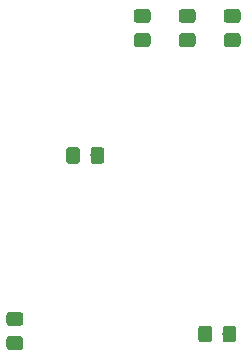
<source format=gbr>
G04 #@! TF.GenerationSoftware,KiCad,Pcbnew,(5.0.0-3-g5ebb6b6)*
G04 #@! TF.CreationDate,2018-11-16T00:35:09+00:00*
G04 #@! TF.ProjectId,555PWMTremolo,35353550574D5472656D6F6C6F2E6B69,rev?*
G04 #@! TF.SameCoordinates,Original*
G04 #@! TF.FileFunction,Paste,Bot*
G04 #@! TF.FilePolarity,Positive*
%FSLAX46Y46*%
G04 Gerber Fmt 4.6, Leading zero omitted, Abs format (unit mm)*
G04 Created by KiCad (PCBNEW (5.0.0-3-g5ebb6b6)) date Friday, 16 November 2018 at 00:35:09*
%MOMM*%
%LPD*%
G01*
G04 APERTURE LIST*
%ADD10C,0.100000*%
%ADD11C,1.150000*%
G04 APERTURE END LIST*
D10*
G04 #@! TO.C,C_LPFOPT1*
G36*
X77309505Y-79699204D02*
X77333773Y-79702804D01*
X77357572Y-79708765D01*
X77380671Y-79717030D01*
X77402850Y-79727520D01*
X77423893Y-79740132D01*
X77443599Y-79754747D01*
X77461777Y-79771223D01*
X77478253Y-79789401D01*
X77492868Y-79809107D01*
X77505480Y-79830150D01*
X77515970Y-79852329D01*
X77524235Y-79875428D01*
X77530196Y-79899227D01*
X77533796Y-79923495D01*
X77535000Y-79947999D01*
X77535000Y-80598001D01*
X77533796Y-80622505D01*
X77530196Y-80646773D01*
X77524235Y-80670572D01*
X77515970Y-80693671D01*
X77505480Y-80715850D01*
X77492868Y-80736893D01*
X77478253Y-80756599D01*
X77461777Y-80774777D01*
X77443599Y-80791253D01*
X77423893Y-80805868D01*
X77402850Y-80818480D01*
X77380671Y-80828970D01*
X77357572Y-80837235D01*
X77333773Y-80843196D01*
X77309505Y-80846796D01*
X77285001Y-80848000D01*
X76384999Y-80848000D01*
X76360495Y-80846796D01*
X76336227Y-80843196D01*
X76312428Y-80837235D01*
X76289329Y-80828970D01*
X76267150Y-80818480D01*
X76246107Y-80805868D01*
X76226401Y-80791253D01*
X76208223Y-80774777D01*
X76191747Y-80756599D01*
X76177132Y-80736893D01*
X76164520Y-80715850D01*
X76154030Y-80693671D01*
X76145765Y-80670572D01*
X76139804Y-80646773D01*
X76136204Y-80622505D01*
X76135000Y-80598001D01*
X76135000Y-79947999D01*
X76136204Y-79923495D01*
X76139804Y-79899227D01*
X76145765Y-79875428D01*
X76154030Y-79852329D01*
X76164520Y-79830150D01*
X76177132Y-79809107D01*
X76191747Y-79789401D01*
X76208223Y-79771223D01*
X76226401Y-79754747D01*
X76246107Y-79740132D01*
X76267150Y-79727520D01*
X76289329Y-79717030D01*
X76312428Y-79708765D01*
X76336227Y-79702804D01*
X76360495Y-79699204D01*
X76384999Y-79698000D01*
X77285001Y-79698000D01*
X77309505Y-79699204D01*
X77309505Y-79699204D01*
G37*
D11*
X76835000Y-80273000D03*
D10*
G36*
X77309505Y-77649204D02*
X77333773Y-77652804D01*
X77357572Y-77658765D01*
X77380671Y-77667030D01*
X77402850Y-77677520D01*
X77423893Y-77690132D01*
X77443599Y-77704747D01*
X77461777Y-77721223D01*
X77478253Y-77739401D01*
X77492868Y-77759107D01*
X77505480Y-77780150D01*
X77515970Y-77802329D01*
X77524235Y-77825428D01*
X77530196Y-77849227D01*
X77533796Y-77873495D01*
X77535000Y-77897999D01*
X77535000Y-78548001D01*
X77533796Y-78572505D01*
X77530196Y-78596773D01*
X77524235Y-78620572D01*
X77515970Y-78643671D01*
X77505480Y-78665850D01*
X77492868Y-78686893D01*
X77478253Y-78706599D01*
X77461777Y-78724777D01*
X77443599Y-78741253D01*
X77423893Y-78755868D01*
X77402850Y-78768480D01*
X77380671Y-78778970D01*
X77357572Y-78787235D01*
X77333773Y-78793196D01*
X77309505Y-78796796D01*
X77285001Y-78798000D01*
X76384999Y-78798000D01*
X76360495Y-78796796D01*
X76336227Y-78793196D01*
X76312428Y-78787235D01*
X76289329Y-78778970D01*
X76267150Y-78768480D01*
X76246107Y-78755868D01*
X76226401Y-78741253D01*
X76208223Y-78724777D01*
X76191747Y-78706599D01*
X76177132Y-78686893D01*
X76164520Y-78665850D01*
X76154030Y-78643671D01*
X76145765Y-78620572D01*
X76139804Y-78596773D01*
X76136204Y-78572505D01*
X76135000Y-78548001D01*
X76135000Y-77897999D01*
X76136204Y-77873495D01*
X76139804Y-77849227D01*
X76145765Y-77825428D01*
X76154030Y-77802329D01*
X76164520Y-77780150D01*
X76177132Y-77759107D01*
X76191747Y-77739401D01*
X76208223Y-77721223D01*
X76226401Y-77704747D01*
X76246107Y-77690132D01*
X76267150Y-77677520D01*
X76289329Y-77667030D01*
X76312428Y-77658765D01*
X76336227Y-77652804D01*
X76360495Y-77649204D01*
X76384999Y-77648000D01*
X77285001Y-77648000D01*
X77309505Y-77649204D01*
X77309505Y-77649204D01*
G37*
D11*
X76835000Y-78223000D03*
G04 #@! TD*
D10*
G04 #@! TO.C,C_LPFOPT2*
G36*
X84929505Y-77649204D02*
X84953773Y-77652804D01*
X84977572Y-77658765D01*
X85000671Y-77667030D01*
X85022850Y-77677520D01*
X85043893Y-77690132D01*
X85063599Y-77704747D01*
X85081777Y-77721223D01*
X85098253Y-77739401D01*
X85112868Y-77759107D01*
X85125480Y-77780150D01*
X85135970Y-77802329D01*
X85144235Y-77825428D01*
X85150196Y-77849227D01*
X85153796Y-77873495D01*
X85155000Y-77897999D01*
X85155000Y-78548001D01*
X85153796Y-78572505D01*
X85150196Y-78596773D01*
X85144235Y-78620572D01*
X85135970Y-78643671D01*
X85125480Y-78665850D01*
X85112868Y-78686893D01*
X85098253Y-78706599D01*
X85081777Y-78724777D01*
X85063599Y-78741253D01*
X85043893Y-78755868D01*
X85022850Y-78768480D01*
X85000671Y-78778970D01*
X84977572Y-78787235D01*
X84953773Y-78793196D01*
X84929505Y-78796796D01*
X84905001Y-78798000D01*
X84004999Y-78798000D01*
X83980495Y-78796796D01*
X83956227Y-78793196D01*
X83932428Y-78787235D01*
X83909329Y-78778970D01*
X83887150Y-78768480D01*
X83866107Y-78755868D01*
X83846401Y-78741253D01*
X83828223Y-78724777D01*
X83811747Y-78706599D01*
X83797132Y-78686893D01*
X83784520Y-78665850D01*
X83774030Y-78643671D01*
X83765765Y-78620572D01*
X83759804Y-78596773D01*
X83756204Y-78572505D01*
X83755000Y-78548001D01*
X83755000Y-77897999D01*
X83756204Y-77873495D01*
X83759804Y-77849227D01*
X83765765Y-77825428D01*
X83774030Y-77802329D01*
X83784520Y-77780150D01*
X83797132Y-77759107D01*
X83811747Y-77739401D01*
X83828223Y-77721223D01*
X83846401Y-77704747D01*
X83866107Y-77690132D01*
X83887150Y-77677520D01*
X83909329Y-77667030D01*
X83932428Y-77658765D01*
X83956227Y-77652804D01*
X83980495Y-77649204D01*
X84004999Y-77648000D01*
X84905001Y-77648000D01*
X84929505Y-77649204D01*
X84929505Y-77649204D01*
G37*
D11*
X84455000Y-78223000D03*
D10*
G36*
X84929505Y-79699204D02*
X84953773Y-79702804D01*
X84977572Y-79708765D01*
X85000671Y-79717030D01*
X85022850Y-79727520D01*
X85043893Y-79740132D01*
X85063599Y-79754747D01*
X85081777Y-79771223D01*
X85098253Y-79789401D01*
X85112868Y-79809107D01*
X85125480Y-79830150D01*
X85135970Y-79852329D01*
X85144235Y-79875428D01*
X85150196Y-79899227D01*
X85153796Y-79923495D01*
X85155000Y-79947999D01*
X85155000Y-80598001D01*
X85153796Y-80622505D01*
X85150196Y-80646773D01*
X85144235Y-80670572D01*
X85135970Y-80693671D01*
X85125480Y-80715850D01*
X85112868Y-80736893D01*
X85098253Y-80756599D01*
X85081777Y-80774777D01*
X85063599Y-80791253D01*
X85043893Y-80805868D01*
X85022850Y-80818480D01*
X85000671Y-80828970D01*
X84977572Y-80837235D01*
X84953773Y-80843196D01*
X84929505Y-80846796D01*
X84905001Y-80848000D01*
X84004999Y-80848000D01*
X83980495Y-80846796D01*
X83956227Y-80843196D01*
X83932428Y-80837235D01*
X83909329Y-80828970D01*
X83887150Y-80818480D01*
X83866107Y-80805868D01*
X83846401Y-80791253D01*
X83828223Y-80774777D01*
X83811747Y-80756599D01*
X83797132Y-80736893D01*
X83784520Y-80715850D01*
X83774030Y-80693671D01*
X83765765Y-80670572D01*
X83759804Y-80646773D01*
X83756204Y-80622505D01*
X83755000Y-80598001D01*
X83755000Y-79947999D01*
X83756204Y-79923495D01*
X83759804Y-79899227D01*
X83765765Y-79875428D01*
X83774030Y-79852329D01*
X83784520Y-79830150D01*
X83797132Y-79809107D01*
X83811747Y-79789401D01*
X83828223Y-79771223D01*
X83846401Y-79754747D01*
X83866107Y-79740132D01*
X83887150Y-79727520D01*
X83909329Y-79717030D01*
X83932428Y-79708765D01*
X83956227Y-79702804D01*
X83980495Y-79699204D01*
X84004999Y-79698000D01*
X84905001Y-79698000D01*
X84929505Y-79699204D01*
X84929505Y-79699204D01*
G37*
D11*
X84455000Y-80273000D03*
G04 #@! TD*
D10*
G04 #@! TO.C,R_LPF1*
G36*
X81119505Y-77649204D02*
X81143773Y-77652804D01*
X81167572Y-77658765D01*
X81190671Y-77667030D01*
X81212850Y-77677520D01*
X81233893Y-77690132D01*
X81253599Y-77704747D01*
X81271777Y-77721223D01*
X81288253Y-77739401D01*
X81302868Y-77759107D01*
X81315480Y-77780150D01*
X81325970Y-77802329D01*
X81334235Y-77825428D01*
X81340196Y-77849227D01*
X81343796Y-77873495D01*
X81345000Y-77897999D01*
X81345000Y-78548001D01*
X81343796Y-78572505D01*
X81340196Y-78596773D01*
X81334235Y-78620572D01*
X81325970Y-78643671D01*
X81315480Y-78665850D01*
X81302868Y-78686893D01*
X81288253Y-78706599D01*
X81271777Y-78724777D01*
X81253599Y-78741253D01*
X81233893Y-78755868D01*
X81212850Y-78768480D01*
X81190671Y-78778970D01*
X81167572Y-78787235D01*
X81143773Y-78793196D01*
X81119505Y-78796796D01*
X81095001Y-78798000D01*
X80194999Y-78798000D01*
X80170495Y-78796796D01*
X80146227Y-78793196D01*
X80122428Y-78787235D01*
X80099329Y-78778970D01*
X80077150Y-78768480D01*
X80056107Y-78755868D01*
X80036401Y-78741253D01*
X80018223Y-78724777D01*
X80001747Y-78706599D01*
X79987132Y-78686893D01*
X79974520Y-78665850D01*
X79964030Y-78643671D01*
X79955765Y-78620572D01*
X79949804Y-78596773D01*
X79946204Y-78572505D01*
X79945000Y-78548001D01*
X79945000Y-77897999D01*
X79946204Y-77873495D01*
X79949804Y-77849227D01*
X79955765Y-77825428D01*
X79964030Y-77802329D01*
X79974520Y-77780150D01*
X79987132Y-77759107D01*
X80001747Y-77739401D01*
X80018223Y-77721223D01*
X80036401Y-77704747D01*
X80056107Y-77690132D01*
X80077150Y-77677520D01*
X80099329Y-77667030D01*
X80122428Y-77658765D01*
X80146227Y-77652804D01*
X80170495Y-77649204D01*
X80194999Y-77648000D01*
X81095001Y-77648000D01*
X81119505Y-77649204D01*
X81119505Y-77649204D01*
G37*
D11*
X80645000Y-78223000D03*
D10*
G36*
X81119505Y-79699204D02*
X81143773Y-79702804D01*
X81167572Y-79708765D01*
X81190671Y-79717030D01*
X81212850Y-79727520D01*
X81233893Y-79740132D01*
X81253599Y-79754747D01*
X81271777Y-79771223D01*
X81288253Y-79789401D01*
X81302868Y-79809107D01*
X81315480Y-79830150D01*
X81325970Y-79852329D01*
X81334235Y-79875428D01*
X81340196Y-79899227D01*
X81343796Y-79923495D01*
X81345000Y-79947999D01*
X81345000Y-80598001D01*
X81343796Y-80622505D01*
X81340196Y-80646773D01*
X81334235Y-80670572D01*
X81325970Y-80693671D01*
X81315480Y-80715850D01*
X81302868Y-80736893D01*
X81288253Y-80756599D01*
X81271777Y-80774777D01*
X81253599Y-80791253D01*
X81233893Y-80805868D01*
X81212850Y-80818480D01*
X81190671Y-80828970D01*
X81167572Y-80837235D01*
X81143773Y-80843196D01*
X81119505Y-80846796D01*
X81095001Y-80848000D01*
X80194999Y-80848000D01*
X80170495Y-80846796D01*
X80146227Y-80843196D01*
X80122428Y-80837235D01*
X80099329Y-80828970D01*
X80077150Y-80818480D01*
X80056107Y-80805868D01*
X80036401Y-80791253D01*
X80018223Y-80774777D01*
X80001747Y-80756599D01*
X79987132Y-80736893D01*
X79974520Y-80715850D01*
X79964030Y-80693671D01*
X79955765Y-80670572D01*
X79949804Y-80646773D01*
X79946204Y-80622505D01*
X79945000Y-80598001D01*
X79945000Y-79947999D01*
X79946204Y-79923495D01*
X79949804Y-79899227D01*
X79955765Y-79875428D01*
X79964030Y-79852329D01*
X79974520Y-79830150D01*
X79987132Y-79809107D01*
X80001747Y-79789401D01*
X80018223Y-79771223D01*
X80036401Y-79754747D01*
X80056107Y-79740132D01*
X80077150Y-79727520D01*
X80099329Y-79717030D01*
X80122428Y-79708765D01*
X80146227Y-79702804D01*
X80170495Y-79699204D01*
X80194999Y-79698000D01*
X81095001Y-79698000D01*
X81119505Y-79699204D01*
X81119505Y-79699204D01*
G37*
D11*
X80645000Y-80273000D03*
G04 #@! TD*
D10*
G04 #@! TO.C,R_GAIN1*
G36*
X82509505Y-104457204D02*
X82533773Y-104460804D01*
X82557572Y-104466765D01*
X82580671Y-104475030D01*
X82602850Y-104485520D01*
X82623893Y-104498132D01*
X82643599Y-104512747D01*
X82661777Y-104529223D01*
X82678253Y-104547401D01*
X82692868Y-104567107D01*
X82705480Y-104588150D01*
X82715970Y-104610329D01*
X82724235Y-104633428D01*
X82730196Y-104657227D01*
X82733796Y-104681495D01*
X82735000Y-104705999D01*
X82735000Y-105606001D01*
X82733796Y-105630505D01*
X82730196Y-105654773D01*
X82724235Y-105678572D01*
X82715970Y-105701671D01*
X82705480Y-105723850D01*
X82692868Y-105744893D01*
X82678253Y-105764599D01*
X82661777Y-105782777D01*
X82643599Y-105799253D01*
X82623893Y-105813868D01*
X82602850Y-105826480D01*
X82580671Y-105836970D01*
X82557572Y-105845235D01*
X82533773Y-105851196D01*
X82509505Y-105854796D01*
X82485001Y-105856000D01*
X81834999Y-105856000D01*
X81810495Y-105854796D01*
X81786227Y-105851196D01*
X81762428Y-105845235D01*
X81739329Y-105836970D01*
X81717150Y-105826480D01*
X81696107Y-105813868D01*
X81676401Y-105799253D01*
X81658223Y-105782777D01*
X81641747Y-105764599D01*
X81627132Y-105744893D01*
X81614520Y-105723850D01*
X81604030Y-105701671D01*
X81595765Y-105678572D01*
X81589804Y-105654773D01*
X81586204Y-105630505D01*
X81585000Y-105606001D01*
X81585000Y-104705999D01*
X81586204Y-104681495D01*
X81589804Y-104657227D01*
X81595765Y-104633428D01*
X81604030Y-104610329D01*
X81614520Y-104588150D01*
X81627132Y-104567107D01*
X81641747Y-104547401D01*
X81658223Y-104529223D01*
X81676401Y-104512747D01*
X81696107Y-104498132D01*
X81717150Y-104485520D01*
X81739329Y-104475030D01*
X81762428Y-104466765D01*
X81786227Y-104460804D01*
X81810495Y-104457204D01*
X81834999Y-104456000D01*
X82485001Y-104456000D01*
X82509505Y-104457204D01*
X82509505Y-104457204D01*
G37*
D11*
X82160000Y-105156000D03*
D10*
G36*
X84559505Y-104457204D02*
X84583773Y-104460804D01*
X84607572Y-104466765D01*
X84630671Y-104475030D01*
X84652850Y-104485520D01*
X84673893Y-104498132D01*
X84693599Y-104512747D01*
X84711777Y-104529223D01*
X84728253Y-104547401D01*
X84742868Y-104567107D01*
X84755480Y-104588150D01*
X84765970Y-104610329D01*
X84774235Y-104633428D01*
X84780196Y-104657227D01*
X84783796Y-104681495D01*
X84785000Y-104705999D01*
X84785000Y-105606001D01*
X84783796Y-105630505D01*
X84780196Y-105654773D01*
X84774235Y-105678572D01*
X84765970Y-105701671D01*
X84755480Y-105723850D01*
X84742868Y-105744893D01*
X84728253Y-105764599D01*
X84711777Y-105782777D01*
X84693599Y-105799253D01*
X84673893Y-105813868D01*
X84652850Y-105826480D01*
X84630671Y-105836970D01*
X84607572Y-105845235D01*
X84583773Y-105851196D01*
X84559505Y-105854796D01*
X84535001Y-105856000D01*
X83884999Y-105856000D01*
X83860495Y-105854796D01*
X83836227Y-105851196D01*
X83812428Y-105845235D01*
X83789329Y-105836970D01*
X83767150Y-105826480D01*
X83746107Y-105813868D01*
X83726401Y-105799253D01*
X83708223Y-105782777D01*
X83691747Y-105764599D01*
X83677132Y-105744893D01*
X83664520Y-105723850D01*
X83654030Y-105701671D01*
X83645765Y-105678572D01*
X83639804Y-105654773D01*
X83636204Y-105630505D01*
X83635000Y-105606001D01*
X83635000Y-104705999D01*
X83636204Y-104681495D01*
X83639804Y-104657227D01*
X83645765Y-104633428D01*
X83654030Y-104610329D01*
X83664520Y-104588150D01*
X83677132Y-104567107D01*
X83691747Y-104547401D01*
X83708223Y-104529223D01*
X83726401Y-104512747D01*
X83746107Y-104498132D01*
X83767150Y-104485520D01*
X83789329Y-104475030D01*
X83812428Y-104466765D01*
X83836227Y-104460804D01*
X83860495Y-104457204D01*
X83884999Y-104456000D01*
X84535001Y-104456000D01*
X84559505Y-104457204D01*
X84559505Y-104457204D01*
G37*
D11*
X84210000Y-105156000D03*
G04 #@! TD*
D10*
G04 #@! TO.C,C_OSC1*
G36*
X71333505Y-89344204D02*
X71357773Y-89347804D01*
X71381572Y-89353765D01*
X71404671Y-89362030D01*
X71426850Y-89372520D01*
X71447893Y-89385132D01*
X71467599Y-89399747D01*
X71485777Y-89416223D01*
X71502253Y-89434401D01*
X71516868Y-89454107D01*
X71529480Y-89475150D01*
X71539970Y-89497329D01*
X71548235Y-89520428D01*
X71554196Y-89544227D01*
X71557796Y-89568495D01*
X71559000Y-89592999D01*
X71559000Y-90493001D01*
X71557796Y-90517505D01*
X71554196Y-90541773D01*
X71548235Y-90565572D01*
X71539970Y-90588671D01*
X71529480Y-90610850D01*
X71516868Y-90631893D01*
X71502253Y-90651599D01*
X71485777Y-90669777D01*
X71467599Y-90686253D01*
X71447893Y-90700868D01*
X71426850Y-90713480D01*
X71404671Y-90723970D01*
X71381572Y-90732235D01*
X71357773Y-90738196D01*
X71333505Y-90741796D01*
X71309001Y-90743000D01*
X70658999Y-90743000D01*
X70634495Y-90741796D01*
X70610227Y-90738196D01*
X70586428Y-90732235D01*
X70563329Y-90723970D01*
X70541150Y-90713480D01*
X70520107Y-90700868D01*
X70500401Y-90686253D01*
X70482223Y-90669777D01*
X70465747Y-90651599D01*
X70451132Y-90631893D01*
X70438520Y-90610850D01*
X70428030Y-90588671D01*
X70419765Y-90565572D01*
X70413804Y-90541773D01*
X70410204Y-90517505D01*
X70409000Y-90493001D01*
X70409000Y-89592999D01*
X70410204Y-89568495D01*
X70413804Y-89544227D01*
X70419765Y-89520428D01*
X70428030Y-89497329D01*
X70438520Y-89475150D01*
X70451132Y-89454107D01*
X70465747Y-89434401D01*
X70482223Y-89416223D01*
X70500401Y-89399747D01*
X70520107Y-89385132D01*
X70541150Y-89372520D01*
X70563329Y-89362030D01*
X70586428Y-89353765D01*
X70610227Y-89347804D01*
X70634495Y-89344204D01*
X70658999Y-89343000D01*
X71309001Y-89343000D01*
X71333505Y-89344204D01*
X71333505Y-89344204D01*
G37*
D11*
X70984000Y-90043000D03*
D10*
G36*
X73383505Y-89344204D02*
X73407773Y-89347804D01*
X73431572Y-89353765D01*
X73454671Y-89362030D01*
X73476850Y-89372520D01*
X73497893Y-89385132D01*
X73517599Y-89399747D01*
X73535777Y-89416223D01*
X73552253Y-89434401D01*
X73566868Y-89454107D01*
X73579480Y-89475150D01*
X73589970Y-89497329D01*
X73598235Y-89520428D01*
X73604196Y-89544227D01*
X73607796Y-89568495D01*
X73609000Y-89592999D01*
X73609000Y-90493001D01*
X73607796Y-90517505D01*
X73604196Y-90541773D01*
X73598235Y-90565572D01*
X73589970Y-90588671D01*
X73579480Y-90610850D01*
X73566868Y-90631893D01*
X73552253Y-90651599D01*
X73535777Y-90669777D01*
X73517599Y-90686253D01*
X73497893Y-90700868D01*
X73476850Y-90713480D01*
X73454671Y-90723970D01*
X73431572Y-90732235D01*
X73407773Y-90738196D01*
X73383505Y-90741796D01*
X73359001Y-90743000D01*
X72708999Y-90743000D01*
X72684495Y-90741796D01*
X72660227Y-90738196D01*
X72636428Y-90732235D01*
X72613329Y-90723970D01*
X72591150Y-90713480D01*
X72570107Y-90700868D01*
X72550401Y-90686253D01*
X72532223Y-90669777D01*
X72515747Y-90651599D01*
X72501132Y-90631893D01*
X72488520Y-90610850D01*
X72478030Y-90588671D01*
X72469765Y-90565572D01*
X72463804Y-90541773D01*
X72460204Y-90517505D01*
X72459000Y-90493001D01*
X72459000Y-89592999D01*
X72460204Y-89568495D01*
X72463804Y-89544227D01*
X72469765Y-89520428D01*
X72478030Y-89497329D01*
X72488520Y-89475150D01*
X72501132Y-89454107D01*
X72515747Y-89434401D01*
X72532223Y-89416223D01*
X72550401Y-89399747D01*
X72570107Y-89385132D01*
X72591150Y-89372520D01*
X72613329Y-89362030D01*
X72636428Y-89353765D01*
X72660227Y-89347804D01*
X72684495Y-89344204D01*
X72708999Y-89343000D01*
X73359001Y-89343000D01*
X73383505Y-89344204D01*
X73383505Y-89344204D01*
G37*
D11*
X73034000Y-90043000D03*
G04 #@! TD*
D10*
G04 #@! TO.C,R_OSCLIMIT1*
G36*
X66514505Y-105353204D02*
X66538773Y-105356804D01*
X66562572Y-105362765D01*
X66585671Y-105371030D01*
X66607850Y-105381520D01*
X66628893Y-105394132D01*
X66648599Y-105408747D01*
X66666777Y-105425223D01*
X66683253Y-105443401D01*
X66697868Y-105463107D01*
X66710480Y-105484150D01*
X66720970Y-105506329D01*
X66729235Y-105529428D01*
X66735196Y-105553227D01*
X66738796Y-105577495D01*
X66740000Y-105601999D01*
X66740000Y-106252001D01*
X66738796Y-106276505D01*
X66735196Y-106300773D01*
X66729235Y-106324572D01*
X66720970Y-106347671D01*
X66710480Y-106369850D01*
X66697868Y-106390893D01*
X66683253Y-106410599D01*
X66666777Y-106428777D01*
X66648599Y-106445253D01*
X66628893Y-106459868D01*
X66607850Y-106472480D01*
X66585671Y-106482970D01*
X66562572Y-106491235D01*
X66538773Y-106497196D01*
X66514505Y-106500796D01*
X66490001Y-106502000D01*
X65589999Y-106502000D01*
X65565495Y-106500796D01*
X65541227Y-106497196D01*
X65517428Y-106491235D01*
X65494329Y-106482970D01*
X65472150Y-106472480D01*
X65451107Y-106459868D01*
X65431401Y-106445253D01*
X65413223Y-106428777D01*
X65396747Y-106410599D01*
X65382132Y-106390893D01*
X65369520Y-106369850D01*
X65359030Y-106347671D01*
X65350765Y-106324572D01*
X65344804Y-106300773D01*
X65341204Y-106276505D01*
X65340000Y-106252001D01*
X65340000Y-105601999D01*
X65341204Y-105577495D01*
X65344804Y-105553227D01*
X65350765Y-105529428D01*
X65359030Y-105506329D01*
X65369520Y-105484150D01*
X65382132Y-105463107D01*
X65396747Y-105443401D01*
X65413223Y-105425223D01*
X65431401Y-105408747D01*
X65451107Y-105394132D01*
X65472150Y-105381520D01*
X65494329Y-105371030D01*
X65517428Y-105362765D01*
X65541227Y-105356804D01*
X65565495Y-105353204D01*
X65589999Y-105352000D01*
X66490001Y-105352000D01*
X66514505Y-105353204D01*
X66514505Y-105353204D01*
G37*
D11*
X66040000Y-105927000D03*
D10*
G36*
X66514505Y-103303204D02*
X66538773Y-103306804D01*
X66562572Y-103312765D01*
X66585671Y-103321030D01*
X66607850Y-103331520D01*
X66628893Y-103344132D01*
X66648599Y-103358747D01*
X66666777Y-103375223D01*
X66683253Y-103393401D01*
X66697868Y-103413107D01*
X66710480Y-103434150D01*
X66720970Y-103456329D01*
X66729235Y-103479428D01*
X66735196Y-103503227D01*
X66738796Y-103527495D01*
X66740000Y-103551999D01*
X66740000Y-104202001D01*
X66738796Y-104226505D01*
X66735196Y-104250773D01*
X66729235Y-104274572D01*
X66720970Y-104297671D01*
X66710480Y-104319850D01*
X66697868Y-104340893D01*
X66683253Y-104360599D01*
X66666777Y-104378777D01*
X66648599Y-104395253D01*
X66628893Y-104409868D01*
X66607850Y-104422480D01*
X66585671Y-104432970D01*
X66562572Y-104441235D01*
X66538773Y-104447196D01*
X66514505Y-104450796D01*
X66490001Y-104452000D01*
X65589999Y-104452000D01*
X65565495Y-104450796D01*
X65541227Y-104447196D01*
X65517428Y-104441235D01*
X65494329Y-104432970D01*
X65472150Y-104422480D01*
X65451107Y-104409868D01*
X65431401Y-104395253D01*
X65413223Y-104378777D01*
X65396747Y-104360599D01*
X65382132Y-104340893D01*
X65369520Y-104319850D01*
X65359030Y-104297671D01*
X65350765Y-104274572D01*
X65344804Y-104250773D01*
X65341204Y-104226505D01*
X65340000Y-104202001D01*
X65340000Y-103551999D01*
X65341204Y-103527495D01*
X65344804Y-103503227D01*
X65350765Y-103479428D01*
X65359030Y-103456329D01*
X65369520Y-103434150D01*
X65382132Y-103413107D01*
X65396747Y-103393401D01*
X65413223Y-103375223D01*
X65431401Y-103358747D01*
X65451107Y-103344132D01*
X65472150Y-103331520D01*
X65494329Y-103321030D01*
X65517428Y-103312765D01*
X65541227Y-103306804D01*
X65565495Y-103303204D01*
X65589999Y-103302000D01*
X66490001Y-103302000D01*
X66514505Y-103303204D01*
X66514505Y-103303204D01*
G37*
D11*
X66040000Y-103877000D03*
G04 #@! TD*
M02*

</source>
